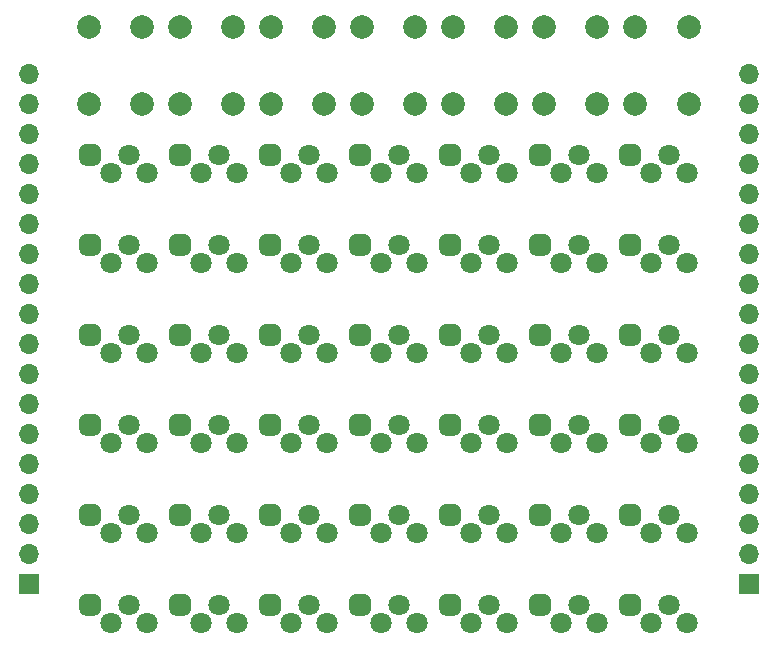
<source format=gbr>
G04 #@! TF.GenerationSoftware,KiCad,Pcbnew,5.1.6+dfsg1-1*
G04 #@! TF.CreationDate,2020-07-01T01:52:50-04:00*
G04 #@! TF.ProjectId,PCB,5043422e-6b69-4636-9164-5f7063625858,rev?*
G04 #@! TF.SameCoordinates,Original*
G04 #@! TF.FileFunction,Soldermask,Top*
G04 #@! TF.FilePolarity,Negative*
%FSLAX46Y46*%
G04 Gerber Fmt 4.6, Leading zero omitted, Abs format (unit mm)*
G04 Created by KiCad (PCBNEW 5.1.6+dfsg1-1) date 2020-07-01 01:52:50*
%MOMM*%
%LPD*%
G01*
G04 APERTURE LIST*
%ADD10C,2.000000*%
%ADD11O,1.700000X1.700000*%
%ADD12R,1.700000X1.700000*%
%ADD13C,1.800000*%
G04 APERTURE END LIST*
D10*
X236800000Y-53190000D03*
X241300000Y-53190000D03*
X236800000Y-59690000D03*
X241300000Y-59690000D03*
X229083330Y-53190000D03*
X233583330Y-53190000D03*
X229083330Y-59690000D03*
X233583330Y-59690000D03*
X221366664Y-53190000D03*
X225866664Y-53190000D03*
X221366664Y-59690000D03*
X225866664Y-59690000D03*
X213649998Y-53190000D03*
X218149998Y-53190000D03*
X213649998Y-59690000D03*
X218149998Y-59690000D03*
X205933332Y-53190000D03*
X210433332Y-53190000D03*
X205933332Y-59690000D03*
X210433332Y-59690000D03*
X198216666Y-53190000D03*
X202716666Y-53190000D03*
X198216666Y-59690000D03*
X202716666Y-59690000D03*
X190500000Y-53190000D03*
X195000000Y-53190000D03*
X190500000Y-59690000D03*
X195000000Y-59690000D03*
D11*
X246380000Y-57150000D03*
X246380000Y-59690000D03*
X246380000Y-62230000D03*
X246380000Y-64770000D03*
X246380000Y-67310000D03*
X246380000Y-69850000D03*
X246380000Y-72390000D03*
X246380000Y-74930000D03*
X246380000Y-77470000D03*
X246380000Y-80010000D03*
X246380000Y-82550000D03*
X246380000Y-85090000D03*
X246380000Y-87630000D03*
X246380000Y-90170000D03*
X246380000Y-92710000D03*
X246380000Y-95250000D03*
X246380000Y-97790000D03*
D12*
X246380000Y-100330000D03*
X185420000Y-100330000D03*
D11*
X185420000Y-97790000D03*
X185420000Y-95250000D03*
X185420000Y-92710000D03*
X185420000Y-90170000D03*
X185420000Y-87630000D03*
X185420000Y-85090000D03*
X185420000Y-82550000D03*
X185420000Y-80010000D03*
X185420000Y-77470000D03*
X185420000Y-74930000D03*
X185420000Y-72390000D03*
X185420000Y-69850000D03*
X185420000Y-67310000D03*
X185420000Y-64770000D03*
X185420000Y-62230000D03*
X185420000Y-59690000D03*
X185420000Y-57150000D03*
G36*
G01*
X204967000Y-102558000D02*
X204967000Y-101658000D01*
G75*
G02*
X205417000Y-101208000I450000J0D01*
G01*
X206317000Y-101208000D01*
G75*
G02*
X206767000Y-101658000I0J-450000D01*
G01*
X206767000Y-102558000D01*
G75*
G02*
X206317000Y-103008000I-450000J0D01*
G01*
X205417000Y-103008000D01*
G75*
G02*
X204967000Y-102558000I0J450000D01*
G01*
G37*
D13*
X207645000Y-103632000D03*
X209169000Y-102108000D03*
X210693000Y-103632000D03*
G36*
G01*
X235447000Y-102558000D02*
X235447000Y-101658000D01*
G75*
G02*
X235897000Y-101208000I450000J0D01*
G01*
X236797000Y-101208000D01*
G75*
G02*
X237247000Y-101658000I0J-450000D01*
G01*
X237247000Y-102558000D01*
G75*
G02*
X236797000Y-103008000I-450000J0D01*
G01*
X235897000Y-103008000D01*
G75*
G02*
X235447000Y-102558000I0J450000D01*
G01*
G37*
X238125000Y-103632000D03*
X239649000Y-102108000D03*
X241173000Y-103632000D03*
G36*
G01*
X227827000Y-102558000D02*
X227827000Y-101658000D01*
G75*
G02*
X228277000Y-101208000I450000J0D01*
G01*
X229177000Y-101208000D01*
G75*
G02*
X229627000Y-101658000I0J-450000D01*
G01*
X229627000Y-102558000D01*
G75*
G02*
X229177000Y-103008000I-450000J0D01*
G01*
X228277000Y-103008000D01*
G75*
G02*
X227827000Y-102558000I0J450000D01*
G01*
G37*
X230505000Y-103632000D03*
X232029000Y-102108000D03*
X233553000Y-103632000D03*
G36*
G01*
X220207000Y-102558000D02*
X220207000Y-101658000D01*
G75*
G02*
X220657000Y-101208000I450000J0D01*
G01*
X221557000Y-101208000D01*
G75*
G02*
X222007000Y-101658000I0J-450000D01*
G01*
X222007000Y-102558000D01*
G75*
G02*
X221557000Y-103008000I-450000J0D01*
G01*
X220657000Y-103008000D01*
G75*
G02*
X220207000Y-102558000I0J450000D01*
G01*
G37*
X222885000Y-103632000D03*
X224409000Y-102108000D03*
X225933000Y-103632000D03*
G36*
G01*
X212587000Y-102558000D02*
X212587000Y-101658000D01*
G75*
G02*
X213037000Y-101208000I450000J0D01*
G01*
X213937000Y-101208000D01*
G75*
G02*
X214387000Y-101658000I0J-450000D01*
G01*
X214387000Y-102558000D01*
G75*
G02*
X213937000Y-103008000I-450000J0D01*
G01*
X213037000Y-103008000D01*
G75*
G02*
X212587000Y-102558000I0J450000D01*
G01*
G37*
X215265000Y-103632000D03*
X216789000Y-102108000D03*
X218313000Y-103632000D03*
G36*
G01*
X197347000Y-102558000D02*
X197347000Y-101658000D01*
G75*
G02*
X197797000Y-101208000I450000J0D01*
G01*
X198697000Y-101208000D01*
G75*
G02*
X199147000Y-101658000I0J-450000D01*
G01*
X199147000Y-102558000D01*
G75*
G02*
X198697000Y-103008000I-450000J0D01*
G01*
X197797000Y-103008000D01*
G75*
G02*
X197347000Y-102558000I0J450000D01*
G01*
G37*
X200025000Y-103632000D03*
X201549000Y-102108000D03*
X203073000Y-103632000D03*
G36*
G01*
X189727000Y-102558000D02*
X189727000Y-101658000D01*
G75*
G02*
X190177000Y-101208000I450000J0D01*
G01*
X191077000Y-101208000D01*
G75*
G02*
X191527000Y-101658000I0J-450000D01*
G01*
X191527000Y-102558000D01*
G75*
G02*
X191077000Y-103008000I-450000J0D01*
G01*
X190177000Y-103008000D01*
G75*
G02*
X189727000Y-102558000I0J450000D01*
G01*
G37*
X192405000Y-103632000D03*
X193929000Y-102108000D03*
X195453000Y-103632000D03*
G36*
G01*
X235447000Y-94938000D02*
X235447000Y-94038000D01*
G75*
G02*
X235897000Y-93588000I450000J0D01*
G01*
X236797000Y-93588000D01*
G75*
G02*
X237247000Y-94038000I0J-450000D01*
G01*
X237247000Y-94938000D01*
G75*
G02*
X236797000Y-95388000I-450000J0D01*
G01*
X235897000Y-95388000D01*
G75*
G02*
X235447000Y-94938000I0J450000D01*
G01*
G37*
X238125000Y-96012000D03*
X239649000Y-94488000D03*
X241173000Y-96012000D03*
G36*
G01*
X227827000Y-94938000D02*
X227827000Y-94038000D01*
G75*
G02*
X228277000Y-93588000I450000J0D01*
G01*
X229177000Y-93588000D01*
G75*
G02*
X229627000Y-94038000I0J-450000D01*
G01*
X229627000Y-94938000D01*
G75*
G02*
X229177000Y-95388000I-450000J0D01*
G01*
X228277000Y-95388000D01*
G75*
G02*
X227827000Y-94938000I0J450000D01*
G01*
G37*
X230505000Y-96012000D03*
X232029000Y-94488000D03*
X233553000Y-96012000D03*
G36*
G01*
X220207000Y-94938000D02*
X220207000Y-94038000D01*
G75*
G02*
X220657000Y-93588000I450000J0D01*
G01*
X221557000Y-93588000D01*
G75*
G02*
X222007000Y-94038000I0J-450000D01*
G01*
X222007000Y-94938000D01*
G75*
G02*
X221557000Y-95388000I-450000J0D01*
G01*
X220657000Y-95388000D01*
G75*
G02*
X220207000Y-94938000I0J450000D01*
G01*
G37*
X222885000Y-96012000D03*
X224409000Y-94488000D03*
X225933000Y-96012000D03*
G36*
G01*
X212587000Y-94938000D02*
X212587000Y-94038000D01*
G75*
G02*
X213037000Y-93588000I450000J0D01*
G01*
X213937000Y-93588000D01*
G75*
G02*
X214387000Y-94038000I0J-450000D01*
G01*
X214387000Y-94938000D01*
G75*
G02*
X213937000Y-95388000I-450000J0D01*
G01*
X213037000Y-95388000D01*
G75*
G02*
X212587000Y-94938000I0J450000D01*
G01*
G37*
X215265000Y-96012000D03*
X216789000Y-94488000D03*
X218313000Y-96012000D03*
G36*
G01*
X204967000Y-94938000D02*
X204967000Y-94038000D01*
G75*
G02*
X205417000Y-93588000I450000J0D01*
G01*
X206317000Y-93588000D01*
G75*
G02*
X206767000Y-94038000I0J-450000D01*
G01*
X206767000Y-94938000D01*
G75*
G02*
X206317000Y-95388000I-450000J0D01*
G01*
X205417000Y-95388000D01*
G75*
G02*
X204967000Y-94938000I0J450000D01*
G01*
G37*
X207645000Y-96012000D03*
X209169000Y-94488000D03*
X210693000Y-96012000D03*
G36*
G01*
X197347000Y-94938000D02*
X197347000Y-94038000D01*
G75*
G02*
X197797000Y-93588000I450000J0D01*
G01*
X198697000Y-93588000D01*
G75*
G02*
X199147000Y-94038000I0J-450000D01*
G01*
X199147000Y-94938000D01*
G75*
G02*
X198697000Y-95388000I-450000J0D01*
G01*
X197797000Y-95388000D01*
G75*
G02*
X197347000Y-94938000I0J450000D01*
G01*
G37*
X200025000Y-96012000D03*
X201549000Y-94488000D03*
X203073000Y-96012000D03*
G36*
G01*
X189727000Y-94938000D02*
X189727000Y-94038000D01*
G75*
G02*
X190177000Y-93588000I450000J0D01*
G01*
X191077000Y-93588000D01*
G75*
G02*
X191527000Y-94038000I0J-450000D01*
G01*
X191527000Y-94938000D01*
G75*
G02*
X191077000Y-95388000I-450000J0D01*
G01*
X190177000Y-95388000D01*
G75*
G02*
X189727000Y-94938000I0J450000D01*
G01*
G37*
X192405000Y-96012000D03*
X193929000Y-94488000D03*
X195453000Y-96012000D03*
G36*
G01*
X235447000Y-87318000D02*
X235447000Y-86418000D01*
G75*
G02*
X235897000Y-85968000I450000J0D01*
G01*
X236797000Y-85968000D01*
G75*
G02*
X237247000Y-86418000I0J-450000D01*
G01*
X237247000Y-87318000D01*
G75*
G02*
X236797000Y-87768000I-450000J0D01*
G01*
X235897000Y-87768000D01*
G75*
G02*
X235447000Y-87318000I0J450000D01*
G01*
G37*
X238125000Y-88392000D03*
X239649000Y-86868000D03*
X241173000Y-88392000D03*
G36*
G01*
X227827000Y-87318000D02*
X227827000Y-86418000D01*
G75*
G02*
X228277000Y-85968000I450000J0D01*
G01*
X229177000Y-85968000D01*
G75*
G02*
X229627000Y-86418000I0J-450000D01*
G01*
X229627000Y-87318000D01*
G75*
G02*
X229177000Y-87768000I-450000J0D01*
G01*
X228277000Y-87768000D01*
G75*
G02*
X227827000Y-87318000I0J450000D01*
G01*
G37*
X230505000Y-88392000D03*
X232029000Y-86868000D03*
X233553000Y-88392000D03*
G36*
G01*
X220207000Y-87318000D02*
X220207000Y-86418000D01*
G75*
G02*
X220657000Y-85968000I450000J0D01*
G01*
X221557000Y-85968000D01*
G75*
G02*
X222007000Y-86418000I0J-450000D01*
G01*
X222007000Y-87318000D01*
G75*
G02*
X221557000Y-87768000I-450000J0D01*
G01*
X220657000Y-87768000D01*
G75*
G02*
X220207000Y-87318000I0J450000D01*
G01*
G37*
X222885000Y-88392000D03*
X224409000Y-86868000D03*
X225933000Y-88392000D03*
G36*
G01*
X212587000Y-87318000D02*
X212587000Y-86418000D01*
G75*
G02*
X213037000Y-85968000I450000J0D01*
G01*
X213937000Y-85968000D01*
G75*
G02*
X214387000Y-86418000I0J-450000D01*
G01*
X214387000Y-87318000D01*
G75*
G02*
X213937000Y-87768000I-450000J0D01*
G01*
X213037000Y-87768000D01*
G75*
G02*
X212587000Y-87318000I0J450000D01*
G01*
G37*
X215265000Y-88392000D03*
X216789000Y-86868000D03*
X218313000Y-88392000D03*
G36*
G01*
X204967000Y-87318000D02*
X204967000Y-86418000D01*
G75*
G02*
X205417000Y-85968000I450000J0D01*
G01*
X206317000Y-85968000D01*
G75*
G02*
X206767000Y-86418000I0J-450000D01*
G01*
X206767000Y-87318000D01*
G75*
G02*
X206317000Y-87768000I-450000J0D01*
G01*
X205417000Y-87768000D01*
G75*
G02*
X204967000Y-87318000I0J450000D01*
G01*
G37*
X207645000Y-88392000D03*
X209169000Y-86868000D03*
X210693000Y-88392000D03*
G36*
G01*
X197347000Y-87318000D02*
X197347000Y-86418000D01*
G75*
G02*
X197797000Y-85968000I450000J0D01*
G01*
X198697000Y-85968000D01*
G75*
G02*
X199147000Y-86418000I0J-450000D01*
G01*
X199147000Y-87318000D01*
G75*
G02*
X198697000Y-87768000I-450000J0D01*
G01*
X197797000Y-87768000D01*
G75*
G02*
X197347000Y-87318000I0J450000D01*
G01*
G37*
X200025000Y-88392000D03*
X201549000Y-86868000D03*
X203073000Y-88392000D03*
G36*
G01*
X189727000Y-87318000D02*
X189727000Y-86418000D01*
G75*
G02*
X190177000Y-85968000I450000J0D01*
G01*
X191077000Y-85968000D01*
G75*
G02*
X191527000Y-86418000I0J-450000D01*
G01*
X191527000Y-87318000D01*
G75*
G02*
X191077000Y-87768000I-450000J0D01*
G01*
X190177000Y-87768000D01*
G75*
G02*
X189727000Y-87318000I0J450000D01*
G01*
G37*
X192405000Y-88392000D03*
X193929000Y-86868000D03*
X195453000Y-88392000D03*
G36*
G01*
X235447000Y-79698000D02*
X235447000Y-78798000D01*
G75*
G02*
X235897000Y-78348000I450000J0D01*
G01*
X236797000Y-78348000D01*
G75*
G02*
X237247000Y-78798000I0J-450000D01*
G01*
X237247000Y-79698000D01*
G75*
G02*
X236797000Y-80148000I-450000J0D01*
G01*
X235897000Y-80148000D01*
G75*
G02*
X235447000Y-79698000I0J450000D01*
G01*
G37*
X238125000Y-80772000D03*
X239649000Y-79248000D03*
X241173000Y-80772000D03*
G36*
G01*
X227827000Y-79698000D02*
X227827000Y-78798000D01*
G75*
G02*
X228277000Y-78348000I450000J0D01*
G01*
X229177000Y-78348000D01*
G75*
G02*
X229627000Y-78798000I0J-450000D01*
G01*
X229627000Y-79698000D01*
G75*
G02*
X229177000Y-80148000I-450000J0D01*
G01*
X228277000Y-80148000D01*
G75*
G02*
X227827000Y-79698000I0J450000D01*
G01*
G37*
X230505000Y-80772000D03*
X232029000Y-79248000D03*
X233553000Y-80772000D03*
G36*
G01*
X220207000Y-79698000D02*
X220207000Y-78798000D01*
G75*
G02*
X220657000Y-78348000I450000J0D01*
G01*
X221557000Y-78348000D01*
G75*
G02*
X222007000Y-78798000I0J-450000D01*
G01*
X222007000Y-79698000D01*
G75*
G02*
X221557000Y-80148000I-450000J0D01*
G01*
X220657000Y-80148000D01*
G75*
G02*
X220207000Y-79698000I0J450000D01*
G01*
G37*
X222885000Y-80772000D03*
X224409000Y-79248000D03*
X225933000Y-80772000D03*
G36*
G01*
X212587000Y-79698000D02*
X212587000Y-78798000D01*
G75*
G02*
X213037000Y-78348000I450000J0D01*
G01*
X213937000Y-78348000D01*
G75*
G02*
X214387000Y-78798000I0J-450000D01*
G01*
X214387000Y-79698000D01*
G75*
G02*
X213937000Y-80148000I-450000J0D01*
G01*
X213037000Y-80148000D01*
G75*
G02*
X212587000Y-79698000I0J450000D01*
G01*
G37*
X215265000Y-80772000D03*
X216789000Y-79248000D03*
X218313000Y-80772000D03*
G36*
G01*
X204967000Y-79698000D02*
X204967000Y-78798000D01*
G75*
G02*
X205417000Y-78348000I450000J0D01*
G01*
X206317000Y-78348000D01*
G75*
G02*
X206767000Y-78798000I0J-450000D01*
G01*
X206767000Y-79698000D01*
G75*
G02*
X206317000Y-80148000I-450000J0D01*
G01*
X205417000Y-80148000D01*
G75*
G02*
X204967000Y-79698000I0J450000D01*
G01*
G37*
X207645000Y-80772000D03*
X209169000Y-79248000D03*
X210693000Y-80772000D03*
G36*
G01*
X197347000Y-79698000D02*
X197347000Y-78798000D01*
G75*
G02*
X197797000Y-78348000I450000J0D01*
G01*
X198697000Y-78348000D01*
G75*
G02*
X199147000Y-78798000I0J-450000D01*
G01*
X199147000Y-79698000D01*
G75*
G02*
X198697000Y-80148000I-450000J0D01*
G01*
X197797000Y-80148000D01*
G75*
G02*
X197347000Y-79698000I0J450000D01*
G01*
G37*
X200025000Y-80772000D03*
X201549000Y-79248000D03*
X203073000Y-80772000D03*
G36*
G01*
X189727000Y-79698000D02*
X189727000Y-78798000D01*
G75*
G02*
X190177000Y-78348000I450000J0D01*
G01*
X191077000Y-78348000D01*
G75*
G02*
X191527000Y-78798000I0J-450000D01*
G01*
X191527000Y-79698000D01*
G75*
G02*
X191077000Y-80148000I-450000J0D01*
G01*
X190177000Y-80148000D01*
G75*
G02*
X189727000Y-79698000I0J450000D01*
G01*
G37*
X192405000Y-80772000D03*
X193929000Y-79248000D03*
X195453000Y-80772000D03*
G36*
G01*
X235447000Y-72078000D02*
X235447000Y-71178000D01*
G75*
G02*
X235897000Y-70728000I450000J0D01*
G01*
X236797000Y-70728000D01*
G75*
G02*
X237247000Y-71178000I0J-450000D01*
G01*
X237247000Y-72078000D01*
G75*
G02*
X236797000Y-72528000I-450000J0D01*
G01*
X235897000Y-72528000D01*
G75*
G02*
X235447000Y-72078000I0J450000D01*
G01*
G37*
X238125000Y-73152000D03*
X239649000Y-71628000D03*
X241173000Y-73152000D03*
G36*
G01*
X227827000Y-72078000D02*
X227827000Y-71178000D01*
G75*
G02*
X228277000Y-70728000I450000J0D01*
G01*
X229177000Y-70728000D01*
G75*
G02*
X229627000Y-71178000I0J-450000D01*
G01*
X229627000Y-72078000D01*
G75*
G02*
X229177000Y-72528000I-450000J0D01*
G01*
X228277000Y-72528000D01*
G75*
G02*
X227827000Y-72078000I0J450000D01*
G01*
G37*
X230505000Y-73152000D03*
X232029000Y-71628000D03*
X233553000Y-73152000D03*
G36*
G01*
X220207000Y-72078000D02*
X220207000Y-71178000D01*
G75*
G02*
X220657000Y-70728000I450000J0D01*
G01*
X221557000Y-70728000D01*
G75*
G02*
X222007000Y-71178000I0J-450000D01*
G01*
X222007000Y-72078000D01*
G75*
G02*
X221557000Y-72528000I-450000J0D01*
G01*
X220657000Y-72528000D01*
G75*
G02*
X220207000Y-72078000I0J450000D01*
G01*
G37*
X222885000Y-73152000D03*
X224409000Y-71628000D03*
X225933000Y-73152000D03*
G36*
G01*
X212587000Y-72078000D02*
X212587000Y-71178000D01*
G75*
G02*
X213037000Y-70728000I450000J0D01*
G01*
X213937000Y-70728000D01*
G75*
G02*
X214387000Y-71178000I0J-450000D01*
G01*
X214387000Y-72078000D01*
G75*
G02*
X213937000Y-72528000I-450000J0D01*
G01*
X213037000Y-72528000D01*
G75*
G02*
X212587000Y-72078000I0J450000D01*
G01*
G37*
X215265000Y-73152000D03*
X216789000Y-71628000D03*
X218313000Y-73152000D03*
G36*
G01*
X204967000Y-72078000D02*
X204967000Y-71178000D01*
G75*
G02*
X205417000Y-70728000I450000J0D01*
G01*
X206317000Y-70728000D01*
G75*
G02*
X206767000Y-71178000I0J-450000D01*
G01*
X206767000Y-72078000D01*
G75*
G02*
X206317000Y-72528000I-450000J0D01*
G01*
X205417000Y-72528000D01*
G75*
G02*
X204967000Y-72078000I0J450000D01*
G01*
G37*
X207645000Y-73152000D03*
X209169000Y-71628000D03*
X210693000Y-73152000D03*
G36*
G01*
X197347000Y-72078000D02*
X197347000Y-71178000D01*
G75*
G02*
X197797000Y-70728000I450000J0D01*
G01*
X198697000Y-70728000D01*
G75*
G02*
X199147000Y-71178000I0J-450000D01*
G01*
X199147000Y-72078000D01*
G75*
G02*
X198697000Y-72528000I-450000J0D01*
G01*
X197797000Y-72528000D01*
G75*
G02*
X197347000Y-72078000I0J450000D01*
G01*
G37*
X200025000Y-73152000D03*
X201549000Y-71628000D03*
X203073000Y-73152000D03*
G36*
G01*
X189727000Y-72078000D02*
X189727000Y-71178000D01*
G75*
G02*
X190177000Y-70728000I450000J0D01*
G01*
X191077000Y-70728000D01*
G75*
G02*
X191527000Y-71178000I0J-450000D01*
G01*
X191527000Y-72078000D01*
G75*
G02*
X191077000Y-72528000I-450000J0D01*
G01*
X190177000Y-72528000D01*
G75*
G02*
X189727000Y-72078000I0J450000D01*
G01*
G37*
X192405000Y-73152000D03*
X193929000Y-71628000D03*
X195453000Y-73152000D03*
G36*
G01*
X235447000Y-64458000D02*
X235447000Y-63558000D01*
G75*
G02*
X235897000Y-63108000I450000J0D01*
G01*
X236797000Y-63108000D01*
G75*
G02*
X237247000Y-63558000I0J-450000D01*
G01*
X237247000Y-64458000D01*
G75*
G02*
X236797000Y-64908000I-450000J0D01*
G01*
X235897000Y-64908000D01*
G75*
G02*
X235447000Y-64458000I0J450000D01*
G01*
G37*
X238125000Y-65532000D03*
X239649000Y-64008000D03*
X241173000Y-65532000D03*
G36*
G01*
X227827000Y-64458000D02*
X227827000Y-63558000D01*
G75*
G02*
X228277000Y-63108000I450000J0D01*
G01*
X229177000Y-63108000D01*
G75*
G02*
X229627000Y-63558000I0J-450000D01*
G01*
X229627000Y-64458000D01*
G75*
G02*
X229177000Y-64908000I-450000J0D01*
G01*
X228277000Y-64908000D01*
G75*
G02*
X227827000Y-64458000I0J450000D01*
G01*
G37*
X230505000Y-65532000D03*
X232029000Y-64008000D03*
X233553000Y-65532000D03*
G36*
G01*
X220207000Y-64458000D02*
X220207000Y-63558000D01*
G75*
G02*
X220657000Y-63108000I450000J0D01*
G01*
X221557000Y-63108000D01*
G75*
G02*
X222007000Y-63558000I0J-450000D01*
G01*
X222007000Y-64458000D01*
G75*
G02*
X221557000Y-64908000I-450000J0D01*
G01*
X220657000Y-64908000D01*
G75*
G02*
X220207000Y-64458000I0J450000D01*
G01*
G37*
X222885000Y-65532000D03*
X224409000Y-64008000D03*
X225933000Y-65532000D03*
G36*
G01*
X212587000Y-64458000D02*
X212587000Y-63558000D01*
G75*
G02*
X213037000Y-63108000I450000J0D01*
G01*
X213937000Y-63108000D01*
G75*
G02*
X214387000Y-63558000I0J-450000D01*
G01*
X214387000Y-64458000D01*
G75*
G02*
X213937000Y-64908000I-450000J0D01*
G01*
X213037000Y-64908000D01*
G75*
G02*
X212587000Y-64458000I0J450000D01*
G01*
G37*
X215265000Y-65532000D03*
X216789000Y-64008000D03*
X218313000Y-65532000D03*
G36*
G01*
X204967000Y-64458000D02*
X204967000Y-63558000D01*
G75*
G02*
X205417000Y-63108000I450000J0D01*
G01*
X206317000Y-63108000D01*
G75*
G02*
X206767000Y-63558000I0J-450000D01*
G01*
X206767000Y-64458000D01*
G75*
G02*
X206317000Y-64908000I-450000J0D01*
G01*
X205417000Y-64908000D01*
G75*
G02*
X204967000Y-64458000I0J450000D01*
G01*
G37*
X207645000Y-65532000D03*
X209169000Y-64008000D03*
X210693000Y-65532000D03*
G36*
G01*
X197347000Y-64458000D02*
X197347000Y-63558000D01*
G75*
G02*
X197797000Y-63108000I450000J0D01*
G01*
X198697000Y-63108000D01*
G75*
G02*
X199147000Y-63558000I0J-450000D01*
G01*
X199147000Y-64458000D01*
G75*
G02*
X198697000Y-64908000I-450000J0D01*
G01*
X197797000Y-64908000D01*
G75*
G02*
X197347000Y-64458000I0J450000D01*
G01*
G37*
X200025000Y-65532000D03*
X201549000Y-64008000D03*
X203073000Y-65532000D03*
G36*
G01*
X189727000Y-64458000D02*
X189727000Y-63558000D01*
G75*
G02*
X190177000Y-63108000I450000J0D01*
G01*
X191077000Y-63108000D01*
G75*
G02*
X191527000Y-63558000I0J-450000D01*
G01*
X191527000Y-64458000D01*
G75*
G02*
X191077000Y-64908000I-450000J0D01*
G01*
X190177000Y-64908000D01*
G75*
G02*
X189727000Y-64458000I0J450000D01*
G01*
G37*
X192405000Y-65532000D03*
X193929000Y-64008000D03*
X195453000Y-65532000D03*
M02*

</source>
